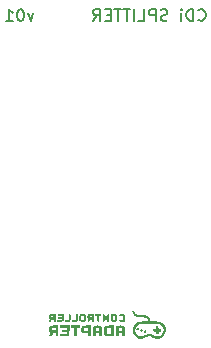
<source format=gbr>
%TF.GenerationSoftware,KiCad,Pcbnew,(6.99.0)*%
%TF.CreationDate,2022-02-09T14:01:33-06:00*%
%TF.ProjectId,CDI-SPLITTER,4344492d-5350-44c4-9954-5445522e6b69,rev?*%
%TF.SameCoordinates,Original*%
%TF.FileFunction,Legend,Bot*%
%TF.FilePolarity,Positive*%
%FSLAX46Y46*%
G04 Gerber Fmt 4.6, Leading zero omitted, Abs format (unit mm)*
G04 Created by KiCad (PCBNEW (6.99.0)) date 2022-02-09 14:01:33*
%MOMM*%
%LPD*%
G01*
G04 APERTURE LIST*
%ADD10C,0.150000*%
G04 APERTURE END LIST*
D10*
X120490476Y-79285714D02*
X120252380Y-79952380D01*
X120014285Y-79285714D01*
X119442857Y-78952380D02*
X119347619Y-78952380D01*
X119252380Y-79000000D01*
X119204761Y-79047619D01*
X119157142Y-79142857D01*
X119109523Y-79333333D01*
X119109523Y-79571428D01*
X119157142Y-79761904D01*
X119204761Y-79857142D01*
X119252380Y-79904761D01*
X119347619Y-79952380D01*
X119442857Y-79952380D01*
X119538095Y-79904761D01*
X119585714Y-79857142D01*
X119633333Y-79761904D01*
X119680952Y-79571428D01*
X119680952Y-79333333D01*
X119633333Y-79142857D01*
X119585714Y-79047619D01*
X119538095Y-79000000D01*
X119442857Y-78952380D01*
X118157142Y-79952380D02*
X118728571Y-79952380D01*
X118442857Y-79952380D02*
X118442857Y-78952380D01*
X118538095Y-79095238D01*
X118633333Y-79190476D01*
X118728571Y-79238095D01*
X134442857Y-79857142D02*
X134490476Y-79904761D01*
X134633333Y-79952380D01*
X134728571Y-79952380D01*
X134871428Y-79904761D01*
X134966666Y-79809523D01*
X135014285Y-79714285D01*
X135061904Y-79523809D01*
X135061904Y-79380952D01*
X135014285Y-79190476D01*
X134966666Y-79095238D01*
X134871428Y-79000000D01*
X134728571Y-78952380D01*
X134633333Y-78952380D01*
X134490476Y-79000000D01*
X134442857Y-79047619D01*
X134014285Y-79952380D02*
X134014285Y-78952380D01*
X133776190Y-78952380D01*
X133633333Y-79000000D01*
X133538095Y-79095238D01*
X133490476Y-79190476D01*
X133442857Y-79380952D01*
X133442857Y-79523809D01*
X133490476Y-79714285D01*
X133538095Y-79809523D01*
X133633333Y-79904761D01*
X133776190Y-79952380D01*
X134014285Y-79952380D01*
X133014285Y-79952380D02*
X133014285Y-79285714D01*
X133014285Y-78952380D02*
X133061904Y-79000000D01*
X133014285Y-79047619D01*
X132966666Y-79000000D01*
X133014285Y-78952380D01*
X133014285Y-79047619D01*
X131823809Y-79904761D02*
X131680952Y-79952380D01*
X131442857Y-79952380D01*
X131347619Y-79904761D01*
X131300000Y-79857142D01*
X131252380Y-79761904D01*
X131252380Y-79666666D01*
X131300000Y-79571428D01*
X131347619Y-79523809D01*
X131442857Y-79476190D01*
X131633333Y-79428571D01*
X131728571Y-79380952D01*
X131776190Y-79333333D01*
X131823809Y-79238095D01*
X131823809Y-79142857D01*
X131776190Y-79047619D01*
X131728571Y-79000000D01*
X131633333Y-78952380D01*
X131395238Y-78952380D01*
X131252380Y-79000000D01*
X130823809Y-79952380D02*
X130823809Y-78952380D01*
X130442857Y-78952380D01*
X130347619Y-79000000D01*
X130300000Y-79047619D01*
X130252380Y-79142857D01*
X130252380Y-79285714D01*
X130300000Y-79380952D01*
X130347619Y-79428571D01*
X130442857Y-79476190D01*
X130823809Y-79476190D01*
X129347619Y-79952380D02*
X129823809Y-79952380D01*
X129823809Y-78952380D01*
X129014285Y-79952380D02*
X129014285Y-78952380D01*
X128680952Y-78952380D02*
X128109523Y-78952380D01*
X128395238Y-79952380D02*
X128395238Y-78952380D01*
X127919047Y-78952380D02*
X127347619Y-78952380D01*
X127633333Y-79952380D02*
X127633333Y-78952380D01*
X127014285Y-79428571D02*
X126680952Y-79428571D01*
X126538095Y-79952380D02*
X127014285Y-79952380D01*
X127014285Y-78952380D01*
X126538095Y-78952380D01*
X125538095Y-79952380D02*
X125871428Y-79476190D01*
X126109523Y-79952380D02*
X126109523Y-78952380D01*
X125728571Y-78952380D01*
X125633333Y-79000000D01*
X125585714Y-79047619D01*
X125538095Y-79142857D01*
X125538095Y-79285714D01*
X125585714Y-79380952D01*
X125633333Y-79428571D01*
X125728571Y-79476190D01*
X126109523Y-79476190D01*
%TO.C,G\u002A\u002A\u002A*%
G36*
X131662995Y-106361136D02*
G01*
X131578424Y-106534588D01*
X131447140Y-106683565D01*
X131270013Y-106797387D01*
X131248234Y-106806951D01*
X131058005Y-106853031D01*
X130853801Y-106844236D01*
X130652684Y-106781020D01*
X130584077Y-106746910D01*
X130504948Y-106700859D01*
X130465201Y-106668374D01*
X130438661Y-106647668D01*
X130361313Y-106632232D01*
X130260849Y-106636694D01*
X130160150Y-106659274D01*
X130082097Y-106698190D01*
X130020055Y-106742365D01*
X129834574Y-106828056D01*
X129643282Y-106858053D01*
X129455556Y-106836909D01*
X129280771Y-106769176D01*
X129128302Y-106659409D01*
X129007525Y-106512158D01*
X128927815Y-106331979D01*
X128898549Y-106123423D01*
X128903181Y-106076021D01*
X129099558Y-106076021D01*
X129099614Y-106182755D01*
X129145509Y-106351283D01*
X129242515Y-106492775D01*
X129382777Y-106597319D01*
X129558441Y-106655005D01*
X129644890Y-106656968D01*
X129783136Y-106629109D01*
X129915299Y-106574378D01*
X130012359Y-106502525D01*
X130063270Y-106471102D01*
X130164258Y-106445425D01*
X130287684Y-106434373D01*
X130412313Y-106438316D01*
X130516907Y-106457623D01*
X130580229Y-106492662D01*
X130593000Y-106505750D01*
X130662567Y-106556028D01*
X130753622Y-106604914D01*
X130903924Y-106653093D01*
X131072062Y-106652413D01*
X131228536Y-106588314D01*
X131373913Y-106460662D01*
X131411650Y-106412362D01*
X131484779Y-106256210D01*
X131502640Y-106089951D01*
X131467382Y-105926968D01*
X131381154Y-105780648D01*
X131246102Y-105664375D01*
X131240123Y-105660778D01*
X131203906Y-105642027D01*
X131160912Y-105627587D01*
X131102890Y-105616897D01*
X131021586Y-105609398D01*
X130908746Y-105604531D01*
X130756117Y-105601735D01*
X130555448Y-105600452D01*
X130298483Y-105600121D01*
X130137634Y-105600148D01*
X129917207Y-105600694D01*
X129748109Y-105602412D01*
X129622091Y-105605932D01*
X129530899Y-105611883D01*
X129466281Y-105620897D01*
X129419986Y-105633604D01*
X129383761Y-105650634D01*
X129349354Y-105672618D01*
X129230391Y-105772089D01*
X129139954Y-105908815D01*
X129099558Y-106076021D01*
X128903181Y-106076021D01*
X128915523Y-105949731D01*
X128988145Y-105754735D01*
X129117040Y-105590936D01*
X129301271Y-105459878D01*
X129324998Y-105447564D01*
X129371966Y-105427617D01*
X129427257Y-105412549D01*
X129500243Y-105401483D01*
X129600294Y-105393538D01*
X129736781Y-105387836D01*
X129919074Y-105383498D01*
X130156544Y-105379645D01*
X130297366Y-105377753D01*
X130556345Y-105375761D01*
X130763075Y-105377349D01*
X130925922Y-105383435D01*
X131053251Y-105394941D01*
X131153428Y-105412785D01*
X131234817Y-105437887D01*
X131305785Y-105471166D01*
X131374695Y-105513541D01*
X131516724Y-105636198D01*
X131627717Y-105800741D01*
X131688512Y-105983532D01*
X131694924Y-106089951D01*
X131699981Y-106173891D01*
X131662995Y-106361136D01*
G37*
G36*
X128251523Y-106087230D02*
G01*
X128252351Y-106251115D01*
X128252351Y-106632783D01*
X128139390Y-106632783D01*
X128106058Y-106632494D01*
X128050964Y-106623075D01*
X128029849Y-106586342D01*
X128026430Y-106503685D01*
X128026430Y-106374587D01*
X127703685Y-106374587D01*
X127703685Y-106632783D01*
X127445489Y-106632783D01*
X127445489Y-106255638D01*
X127445558Y-106200945D01*
X127447385Y-106053363D01*
X127453248Y-105953124D01*
X127458740Y-105922745D01*
X127703685Y-105922745D01*
X127703685Y-106180940D01*
X128026430Y-106180940D01*
X128026430Y-105922745D01*
X127703685Y-105922745D01*
X127458740Y-105922745D01*
X127465209Y-105886960D01*
X127485327Y-105841606D01*
X127515664Y-105803795D01*
X127524745Y-105794388D01*
X127568278Y-105759947D01*
X127624571Y-105740197D01*
X127710864Y-105731220D01*
X127844397Y-105729098D01*
X127846066Y-105729098D01*
X127981572Y-105731669D01*
X128070331Y-105741763D01*
X128129854Y-105763069D01*
X128177653Y-105799273D01*
X128195851Y-105817293D01*
X128221918Y-105852918D01*
X128238454Y-105901122D01*
X128241136Y-105922745D01*
X128247606Y-105974896D01*
X128251523Y-106087230D01*
G37*
G36*
X126955384Y-106632783D02*
G01*
X126826596Y-106631898D01*
X126715618Y-106627001D01*
X126642602Y-106615516D01*
X126592923Y-106594900D01*
X126551953Y-106562608D01*
X126523542Y-106532781D01*
X126498789Y-106489696D01*
X126487428Y-106439136D01*
X126735451Y-106439136D01*
X126881699Y-106439136D01*
X126963843Y-106435699D01*
X127018886Y-106416810D01*
X127047179Y-106370251D01*
X127055790Y-106283807D01*
X127051789Y-106145266D01*
X127042059Y-105938882D01*
X126735451Y-105919208D01*
X126735451Y-106439136D01*
X126487428Y-106439136D01*
X126484825Y-106427552D01*
X126478648Y-106331192D01*
X126477256Y-106185463D01*
X126477749Y-106092695D01*
X126482083Y-105975586D01*
X126493256Y-105898652D01*
X126514096Y-105846515D01*
X126547430Y-105803795D01*
X126549366Y-105801744D01*
X126586291Y-105768540D01*
X126630621Y-105747317D01*
X126696638Y-105735432D01*
X126798624Y-105730241D01*
X126950861Y-105729098D01*
X127284117Y-105729098D01*
X127284117Y-106632783D01*
X126955384Y-106632783D01*
G37*
G36*
X126315055Y-106087230D02*
G01*
X126315883Y-106251115D01*
X126315883Y-106632783D01*
X126057688Y-106632783D01*
X126057688Y-106374587D01*
X125767217Y-106374587D01*
X125767217Y-106632783D01*
X125509022Y-106632783D01*
X125509022Y-106255638D01*
X125509091Y-106200945D01*
X125510917Y-106053363D01*
X125516780Y-105953124D01*
X125522272Y-105922745D01*
X125767217Y-105922745D01*
X125767217Y-106180940D01*
X126057688Y-106180940D01*
X126057688Y-105922745D01*
X125767217Y-105922745D01*
X125522272Y-105922745D01*
X125528741Y-105886960D01*
X125548860Y-105841606D01*
X125579197Y-105803795D01*
X125588277Y-105794388D01*
X125631811Y-105759947D01*
X125688103Y-105740197D01*
X125774396Y-105731220D01*
X125907930Y-105729098D01*
X125909598Y-105729098D01*
X126045105Y-105731669D01*
X126133863Y-105741763D01*
X126193386Y-105763069D01*
X126241186Y-105799273D01*
X126259384Y-105817293D01*
X126285451Y-105852918D01*
X126301986Y-105901122D01*
X126304669Y-105922745D01*
X126311139Y-105974896D01*
X126315055Y-106087230D01*
G37*
G36*
X125089454Y-106632783D02*
G01*
X125089454Y-106374587D01*
X124889819Y-106374587D01*
X124818765Y-106372713D01*
X124684385Y-106349786D01*
X124598936Y-106294592D01*
X124553907Y-106199371D01*
X124540788Y-106056365D01*
X124545027Y-105957242D01*
X124553347Y-105922745D01*
X124798984Y-105922745D01*
X124798984Y-106180940D01*
X125089454Y-106180940D01*
X125089454Y-105922745D01*
X124798984Y-105922745D01*
X124553347Y-105922745D01*
X124566174Y-105869557D01*
X124610963Y-105803795D01*
X124612898Y-105801744D01*
X124649823Y-105768540D01*
X124694153Y-105747317D01*
X124760170Y-105735432D01*
X124862156Y-105730241D01*
X125014394Y-105729098D01*
X125347650Y-105729098D01*
X125347650Y-106632783D01*
X125089454Y-106632783D01*
G37*
G36*
X124443965Y-105825921D02*
G01*
X124443761Y-105846712D01*
X124434444Y-105898201D01*
X124397645Y-105918921D01*
X124314867Y-105922745D01*
X124185769Y-105922745D01*
X124185769Y-106632783D01*
X123927573Y-106632783D01*
X123927573Y-105922745D01*
X123798475Y-105922745D01*
X123770754Y-105922592D01*
X123702102Y-105915604D01*
X123674476Y-105888005D01*
X123669378Y-105825921D01*
X123669378Y-105729098D01*
X124443965Y-105729098D01*
X124443965Y-105825921D01*
G37*
G36*
X123540280Y-106121919D02*
G01*
X123539457Y-106257665D01*
X123535075Y-106390778D01*
X123525636Y-106480116D01*
X123509720Y-106537518D01*
X123485904Y-106574824D01*
X123464802Y-106594564D01*
X123423932Y-106614816D01*
X123359760Y-106625541D01*
X123258578Y-106628581D01*
X123106679Y-106625777D01*
X122781830Y-106616645D01*
X122771618Y-106527891D01*
X122761405Y-106439136D01*
X123039935Y-106439136D01*
X123172675Y-106438383D01*
X123253757Y-106433653D01*
X123295912Y-106421231D01*
X123311869Y-106397402D01*
X123314359Y-106358450D01*
X123313947Y-106336935D01*
X123305158Y-106303512D01*
X123274021Y-106285859D01*
X123206469Y-106278950D01*
X123088437Y-106277764D01*
X122862516Y-106277764D01*
X122862516Y-106084117D01*
X123088437Y-106084117D01*
X123148680Y-106083970D01*
X123242262Y-106080831D01*
X123291693Y-106069710D01*
X123311036Y-106045585D01*
X123314359Y-106003431D01*
X123311911Y-105964668D01*
X123296033Y-105940688D01*
X123253946Y-105928214D01*
X123172870Y-105923485D01*
X123040026Y-105922745D01*
X122765693Y-105922745D01*
X122765693Y-105729098D01*
X123540280Y-105729098D01*
X123540280Y-106121919D01*
G37*
G36*
X122491360Y-106632783D02*
G01*
X122441092Y-106631887D01*
X122397154Y-106619044D01*
X122380811Y-106576786D01*
X122378399Y-106487548D01*
X122377890Y-106435153D01*
X122369634Y-106371912D01*
X122342316Y-106346797D01*
X122284643Y-106342313D01*
X122280193Y-106342343D01*
X122217401Y-106354453D01*
X122165051Y-106398153D01*
X122105773Y-106487548D01*
X122083298Y-106524954D01*
X122031675Y-106594629D01*
X121980212Y-106625687D01*
X121909059Y-106632783D01*
X121846159Y-106626163D01*
X121801239Y-106591998D01*
X121806190Y-106524244D01*
X121859860Y-106417880D01*
X121874504Y-106393717D01*
X121903713Y-106335897D01*
X121898798Y-106299764D01*
X121859740Y-106259574D01*
X121828730Y-106221565D01*
X121804431Y-106145509D01*
X121797459Y-106025176D01*
X121797460Y-106022433D01*
X121797515Y-106021049D01*
X122023380Y-106021049D01*
X122026544Y-106075760D01*
X122046591Y-106104111D01*
X122099410Y-106114765D01*
X122200890Y-106116391D01*
X122203604Y-106116391D01*
X122303909Y-106114666D01*
X122355884Y-106103731D01*
X122375418Y-106074920D01*
X122378399Y-106019568D01*
X122378399Y-106018087D01*
X122375236Y-105963376D01*
X122355188Y-105935025D01*
X122302369Y-105924370D01*
X122200890Y-105922745D01*
X122198175Y-105922745D01*
X122097870Y-105924470D01*
X122045895Y-105935405D01*
X122026361Y-105964216D01*
X122023380Y-106019568D01*
X122023380Y-106021049D01*
X121797515Y-106021049D01*
X121802099Y-105906403D01*
X121822303Y-105825677D01*
X121867850Y-105773920D01*
X121948514Y-105744795D01*
X122074073Y-105731966D01*
X122254303Y-105729098D01*
X122604320Y-105729098D01*
X122604320Y-106632783D01*
X122491360Y-106632783D01*
G37*
G36*
X128149016Y-104770826D02*
G01*
X128213622Y-104799593D01*
X128234730Y-104842610D01*
X128250319Y-104937150D01*
X128253956Y-105056416D01*
X128246221Y-105178884D01*
X128227689Y-105283031D01*
X128198937Y-105347332D01*
X128197944Y-105348416D01*
X128121735Y-105394315D01*
X128019119Y-105411108D01*
X127908050Y-105402158D01*
X127806484Y-105370833D01*
X127732377Y-105320496D01*
X127703685Y-105254513D01*
X127704901Y-105244788D01*
X127727360Y-105225857D01*
X127787894Y-105221961D01*
X127899170Y-105231618D01*
X128094655Y-105253734D01*
X128084748Y-105079917D01*
X128080485Y-105018287D01*
X128068144Y-104944190D01*
X128043434Y-104908798D01*
X127998501Y-104895298D01*
X127944206Y-104896091D01*
X127887155Y-104919504D01*
X127854454Y-104940068D01*
X127789186Y-104953378D01*
X127729683Y-104945451D01*
X127703685Y-104916709D01*
X127715533Y-104879944D01*
X127757099Y-104819886D01*
X127760146Y-104816759D01*
X127828067Y-104783297D01*
X127931807Y-104763763D01*
X128046934Y-104759244D01*
X128149016Y-104770826D01*
G37*
G36*
X127535858Y-105367624D02*
G01*
X127507540Y-105382438D01*
X127426256Y-105399648D01*
X127320547Y-105406353D01*
X127212806Y-105401706D01*
X127117035Y-105376506D01*
X127060190Y-105319772D01*
X127039590Y-105244981D01*
X127183920Y-105244981D01*
X127413215Y-105244981D01*
X127413215Y-104885872D01*
X127308323Y-104895986D01*
X127253303Y-104903682D01*
X127217759Y-104925202D01*
X127201552Y-104976742D01*
X127193676Y-105075540D01*
X127183920Y-105244981D01*
X127039590Y-105244981D01*
X127032932Y-105220810D01*
X127025921Y-105068924D01*
X127029926Y-104955400D01*
X127043549Y-104853217D01*
X127064651Y-104799593D01*
X127085054Y-104787394D01*
X127163212Y-104769661D01*
X127270624Y-104762014D01*
X127384037Y-104764454D01*
X127480199Y-104776980D01*
X127535858Y-104799593D01*
X127554959Y-104845135D01*
X127569371Y-104945086D01*
X127574587Y-105083609D01*
X127570412Y-105208758D01*
X127565743Y-105244981D01*
X127556906Y-105313540D01*
X127535858Y-105367624D01*
G37*
G36*
X126464695Y-104762904D02*
G01*
X126494797Y-104780695D01*
X126507145Y-104830578D01*
X126509530Y-104928763D01*
X126509530Y-105096662D01*
X126627066Y-104928763D01*
X126690795Y-104844912D01*
X126759847Y-104780486D01*
X126820713Y-104760864D01*
X126835797Y-104761060D01*
X126865175Y-104767153D01*
X126883188Y-104790675D01*
X126892615Y-104843404D01*
X126896235Y-104937122D01*
X126896824Y-105083609D01*
X126896772Y-105156199D01*
X126895275Y-105277679D01*
X126889516Y-105351651D01*
X126876611Y-105389897D01*
X126853675Y-105404203D01*
X126817824Y-105406353D01*
X126785949Y-105404489D01*
X126753661Y-105386606D01*
X126737518Y-105336323D01*
X126729069Y-105237567D01*
X126719314Y-105068781D01*
X126598339Y-105237567D01*
X126553329Y-105296444D01*
X126473612Y-105377823D01*
X126412760Y-105406353D01*
X126409245Y-105406326D01*
X126381017Y-105400760D01*
X126363133Y-105377390D01*
X126353254Y-105324530D01*
X126349042Y-105230498D01*
X126348158Y-105083609D01*
X126348158Y-104760864D01*
X126428844Y-104760864D01*
X126464695Y-104762904D01*
G37*
G36*
X126060776Y-104761219D02*
G01*
X126162988Y-104764714D01*
X126220443Y-104774316D01*
X126245705Y-104792882D01*
X126251334Y-104823269D01*
X126232435Y-104871724D01*
X126162580Y-104895887D01*
X126127402Y-104901143D01*
X126096357Y-104916899D01*
X126079010Y-104955377D01*
X126070109Y-105030509D01*
X126064399Y-105156226D01*
X126060694Y-105244999D01*
X126053411Y-105335622D01*
X126039967Y-105383820D01*
X126015624Y-105402945D01*
X125975644Y-105406353D01*
X125942981Y-105404804D01*
X125916497Y-105391383D01*
X125902588Y-105352912D01*
X125897209Y-105276225D01*
X125896315Y-105148158D01*
X125896315Y-104889962D01*
X125799492Y-104889962D01*
X125774498Y-104889296D01*
X125717884Y-104872661D01*
X125702669Y-104825413D01*
X125704433Y-104803841D01*
X125719950Y-104780584D01*
X125762136Y-104767649D01*
X125843613Y-104762065D01*
X125977001Y-104760864D01*
X126060776Y-104761219D01*
G37*
G36*
X125557433Y-105406353D02*
G01*
X125509903Y-105401056D01*
X125482776Y-105369783D01*
X125476747Y-105293393D01*
X125474962Y-105246365D01*
X125457756Y-105194166D01*
X125414831Y-105180432D01*
X125405518Y-105181391D01*
X125344866Y-105217467D01*
X125283101Y-105293393D01*
X125280466Y-105297618D01*
X125210013Y-105380379D01*
X125135233Y-105406353D01*
X125127894Y-105406209D01*
X125069208Y-105383549D01*
X125061837Y-105324488D01*
X125106318Y-105232263D01*
X125128867Y-105195285D01*
X125137743Y-105152848D01*
X125106318Y-105116487D01*
X125106270Y-105116447D01*
X125072159Y-105054136D01*
X125059899Y-104970648D01*
X125234689Y-104970648D01*
X125239178Y-104992105D01*
X125283020Y-105032932D01*
X125352645Y-105050748D01*
X125422021Y-105041920D01*
X125465117Y-105002814D01*
X125467572Y-104942188D01*
X125419642Y-104901945D01*
X125327375Y-104895507D01*
X125324234Y-104895879D01*
X125254983Y-104918875D01*
X125234689Y-104970648D01*
X125059899Y-104970648D01*
X125058401Y-104960447D01*
X125065987Y-104865544D01*
X125095909Y-104799593D01*
X125142951Y-104780190D01*
X125244649Y-104765978D01*
X125386379Y-104760864D01*
X125638120Y-104760864D01*
X125638120Y-105406353D01*
X125557433Y-105406353D01*
G37*
G36*
X124928082Y-105083609D02*
G01*
X124923907Y-105208758D01*
X124910401Y-105313540D01*
X124889352Y-105367624D01*
X124868949Y-105379824D01*
X124790791Y-105397557D01*
X124683379Y-105405203D01*
X124569966Y-105402763D01*
X124473804Y-105390237D01*
X124418145Y-105367624D01*
X124399044Y-105322083D01*
X124384632Y-105222131D01*
X124379416Y-105083609D01*
X124383590Y-104958459D01*
X124392420Y-104889962D01*
X124540788Y-104889962D01*
X124540788Y-105244981D01*
X124766709Y-105244981D01*
X124766709Y-104889962D01*
X124540788Y-104889962D01*
X124392420Y-104889962D01*
X124397097Y-104853677D01*
X124418145Y-104799593D01*
X124438548Y-104787394D01*
X124516706Y-104769661D01*
X124624118Y-104762014D01*
X124737531Y-104764454D01*
X124833693Y-104776980D01*
X124889352Y-104799593D01*
X124908453Y-104845135D01*
X124914917Y-104889962D01*
X124922865Y-104945086D01*
X124928082Y-105083609D01*
G37*
G36*
X124205357Y-104762709D02*
G01*
X124231008Y-104776970D01*
X124244394Y-104816681D01*
X124249501Y-104894876D01*
X124250318Y-105024587D01*
X124249808Y-105087611D01*
X124242868Y-105214638D01*
X124225997Y-105296594D01*
X124196904Y-105347332D01*
X124195777Y-105348564D01*
X124145556Y-105383271D01*
X124065558Y-105401233D01*
X123938708Y-105406353D01*
X123912786Y-105406327D01*
X123812403Y-105403959D01*
X123758969Y-105393602D01*
X123737728Y-105369443D01*
X123733927Y-105325667D01*
X123736835Y-105285371D01*
X123756837Y-105258145D01*
X123809773Y-105247075D01*
X123911436Y-105244981D01*
X124088946Y-105244981D01*
X124088946Y-105002922D01*
X124089242Y-104917903D01*
X124092929Y-104828804D01*
X124104534Y-104781995D01*
X124128591Y-104763881D01*
X124169632Y-104760864D01*
X124205357Y-104762709D01*
G37*
G36*
X123560637Y-104760868D02*
G01*
X123597681Y-104763940D01*
X123620281Y-104781316D01*
X123632006Y-104825557D01*
X123636423Y-104909224D01*
X123637103Y-105044879D01*
X123637103Y-105044986D01*
X123632448Y-105202270D01*
X123619191Y-105312712D01*
X123598374Y-105367624D01*
X123558529Y-105385463D01*
X123465537Y-105400692D01*
X123340178Y-105406353D01*
X123290169Y-105406253D01*
X123194632Y-105403343D01*
X123144054Y-105392439D01*
X123124170Y-105368295D01*
X123120712Y-105325667D01*
X123123620Y-105285371D01*
X123143623Y-105258145D01*
X123196558Y-105247075D01*
X123298221Y-105244981D01*
X123475731Y-105244981D01*
X123475731Y-105002922D01*
X123476027Y-104917903D01*
X123479714Y-104828804D01*
X123491320Y-104781995D01*
X123515377Y-104763881D01*
X123556417Y-104760864D01*
X123560637Y-104760868D01*
G37*
G36*
X123056163Y-105024587D02*
G01*
X123055653Y-105087611D01*
X123048713Y-105214638D01*
X123031842Y-105296594D01*
X123002749Y-105347332D01*
X122992377Y-105357744D01*
X122940825Y-105387134D01*
X122858379Y-105402144D01*
X122728416Y-105406353D01*
X122676086Y-105406243D01*
X122580998Y-105403281D01*
X122530684Y-105392327D01*
X122510924Y-105368187D01*
X122507497Y-105325667D01*
X122510405Y-105285371D01*
X122530408Y-105258145D01*
X122583343Y-105247075D01*
X122685007Y-105244981D01*
X122790660Y-105240795D01*
X122846580Y-105225764D01*
X122862516Y-105196569D01*
X122852190Y-105171284D01*
X122802625Y-105153340D01*
X122701144Y-105148158D01*
X122663819Y-105147881D01*
X122584330Y-105141635D01*
X122548268Y-105122325D01*
X122539771Y-105083609D01*
X122540462Y-105068679D01*
X122556078Y-105036883D01*
X122604352Y-105022458D01*
X122701144Y-105019060D01*
X122738469Y-105018783D01*
X122817958Y-105012537D01*
X122854020Y-104993227D01*
X122862516Y-104954511D01*
X122860623Y-104931865D01*
X122841029Y-104904877D01*
X122787589Y-104892764D01*
X122685007Y-104889962D01*
X122622731Y-104889273D01*
X122548514Y-104882148D01*
X122515202Y-104862716D01*
X122507497Y-104825413D01*
X122509261Y-104803841D01*
X122524778Y-104780584D01*
X122566964Y-104767649D01*
X122648441Y-104762065D01*
X122781830Y-104760864D01*
X123056163Y-104760864D01*
X123056163Y-105024587D01*
G37*
G36*
X122289644Y-105400428D02*
G01*
X122250439Y-105393193D01*
X122207632Y-105360612D01*
X122190776Y-105285324D01*
X122174932Y-105216637D01*
X122136672Y-105183232D01*
X122082959Y-105208900D01*
X122019104Y-105293393D01*
X122015027Y-105300202D01*
X121947837Y-105381162D01*
X121874957Y-105406353D01*
X121861665Y-105405612D01*
X121807722Y-105376102D01*
X121797896Y-105317867D01*
X121836994Y-105250630D01*
X121860389Y-105206759D01*
X121836994Y-105147790D01*
X121836198Y-105146498D01*
X121808113Y-105064699D01*
X121799579Y-104970648D01*
X121974968Y-104970648D01*
X121976165Y-104987491D01*
X122003889Y-105027596D01*
X122079860Y-105045310D01*
X122142527Y-105047755D01*
X122177468Y-105028186D01*
X122184752Y-104970648D01*
X122180302Y-104920429D01*
X122151920Y-104894925D01*
X122079860Y-104895986D01*
X122052678Y-104899343D01*
X121991852Y-104922269D01*
X121974968Y-104970648D01*
X121799579Y-104970648D01*
X121798707Y-104961040D01*
X121808044Y-104863384D01*
X121836188Y-104799593D01*
X121883230Y-104780190D01*
X121984929Y-104765978D01*
X122126658Y-104760864D01*
X122378399Y-104760864D01*
X122378399Y-105410641D01*
X122289644Y-105400428D01*
G37*
G36*
X129021006Y-104536276D02*
G01*
X129076509Y-104552799D01*
X129091487Y-104595091D01*
X129092087Y-104602832D01*
X129119951Y-104668354D01*
X129176574Y-104740326D01*
X129197258Y-104760439D01*
X129236766Y-104791057D01*
X129284549Y-104810153D01*
X129354676Y-104820438D01*
X129461212Y-104824621D01*
X129618227Y-104825413D01*
X129695046Y-104825738D01*
X129844504Y-104830013D01*
X129952897Y-104841029D01*
X130036818Y-104861028D01*
X130112863Y-104892252D01*
X130159480Y-104918117D01*
X130274480Y-105015620D01*
X130353249Y-105134539D01*
X130382465Y-105256859D01*
X130380553Y-105292117D01*
X130356764Y-105332434D01*
X130289676Y-105341804D01*
X130254654Y-105340104D01*
X130202975Y-105315628D01*
X130177815Y-105246446D01*
X130166232Y-105203260D01*
X130127625Y-105136637D01*
X130060031Y-105088421D01*
X129954602Y-105055172D01*
X129802489Y-105033451D01*
X129594843Y-105019817D01*
X129441947Y-105010367D01*
X129302247Y-104996768D01*
X129196462Y-104981099D01*
X129139899Y-104965197D01*
X129091768Y-104933188D01*
X128975299Y-104809490D01*
X128903535Y-104655972D01*
X128870769Y-104534943D01*
X128981128Y-104534943D01*
X129021006Y-104536276D01*
G37*
G36*
X130971474Y-105799670D02*
G01*
X131028755Y-105808890D01*
X131070832Y-105840738D01*
X131086480Y-105914676D01*
X131095844Y-105973532D01*
X131125530Y-106011393D01*
X131193416Y-106019568D01*
X131255196Y-106024300D01*
X131281486Y-106052589D01*
X131280126Y-106124460D01*
X131273358Y-106170748D01*
X131245124Y-106220875D01*
X131181258Y-106239564D01*
X131170495Y-106240964D01*
X131109296Y-106265425D01*
X131092503Y-106322940D01*
X131088151Y-106371283D01*
X131070987Y-106417620D01*
X131031943Y-106432224D01*
X130958026Y-106439136D01*
X130914213Y-106436663D01*
X130875205Y-106412126D01*
X130866582Y-106344357D01*
X130862669Y-106291746D01*
X130834456Y-106254117D01*
X130761690Y-106239465D01*
X130704410Y-106230245D01*
X130662332Y-106198398D01*
X130646685Y-106124460D01*
X130645474Y-106111520D01*
X130646058Y-106048551D01*
X130675483Y-106023842D01*
X130751577Y-106019568D01*
X130765222Y-106019534D01*
X130834637Y-106012935D01*
X130861872Y-105981163D01*
X130866582Y-105904562D01*
X130866616Y-105890379D01*
X130872686Y-105821923D01*
X130901696Y-105797629D01*
X130971474Y-105799670D01*
G37*
G36*
X130010901Y-106137472D02*
G01*
X130049531Y-106192728D01*
X130055625Y-106261227D01*
X130022201Y-106313963D01*
X129990972Y-106330611D01*
X129919737Y-106334129D01*
X129864970Y-106275701D01*
X129860048Y-106265598D01*
X129853667Y-106189661D01*
X129896829Y-106135995D01*
X129976210Y-106122902D01*
X130010901Y-106137472D01*
G37*
G36*
X129635792Y-106025905D02*
G01*
X129709175Y-106059422D01*
X129734311Y-106123513D01*
X129703415Y-106198628D01*
X129670967Y-106231647D01*
X129626203Y-106240397D01*
X129561680Y-106202687D01*
X129523469Y-106156797D01*
X129519738Y-106091685D01*
X129559779Y-106040714D01*
X129634579Y-106025760D01*
X129635792Y-106025905D01*
G37*
G36*
X129363578Y-105941251D02*
G01*
X129399576Y-105979131D01*
X129411317Y-106013470D01*
X129393971Y-106067086D01*
X129354445Y-106106604D01*
X129289621Y-106112395D01*
X129227454Y-106085152D01*
X129194420Y-106029820D01*
X129196606Y-105986484D01*
X129235059Y-105930225D01*
X129298324Y-105911165D01*
X129363578Y-105941251D01*
G37*
%TD*%
M02*

</source>
